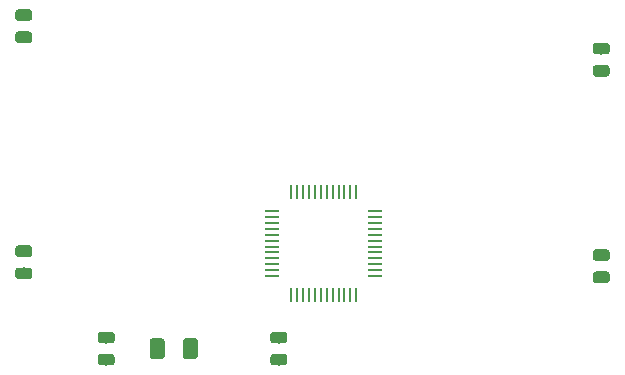
<source format=gtp>
G04 #@! TF.GenerationSoftware,KiCad,Pcbnew,5.1.4*
G04 #@! TF.CreationDate,2019-11-10T20:11:31+01:00*
G04 #@! TF.ProjectId,AsyncDRAM,4173796e-6344-4524-914d-2e6b69636164,rev?*
G04 #@! TF.SameCoordinates,Original*
G04 #@! TF.FileFunction,Paste,Top*
G04 #@! TF.FilePolarity,Positive*
%FSLAX46Y46*%
G04 Gerber Fmt 4.6, Leading zero omitted, Abs format (unit mm)*
G04 Created by KiCad (PCBNEW 5.1.4) date 2019-11-10 20:11:31*
%MOMM*%
%LPD*%
G04 APERTURE LIST*
%ADD10R,1.300000X0.250000*%
%ADD11R,0.250000X1.300000*%
%ADD12C,0.100000*%
%ADD13C,0.975000*%
%ADD14C,1.250000*%
G04 APERTURE END LIST*
D10*
X39465000Y-186900000D03*
X39465000Y-186400000D03*
X39465000Y-185900000D03*
X39465000Y-185400000D03*
X39465000Y-184900000D03*
X39465000Y-184400000D03*
X39465000Y-183900000D03*
X39465000Y-183400000D03*
X39465000Y-182900000D03*
X39465000Y-182400000D03*
X39465000Y-181900000D03*
X39465000Y-181400000D03*
D11*
X41065000Y-179800000D03*
X41565000Y-179800000D03*
X42065000Y-179800000D03*
X42565000Y-179800000D03*
X43065000Y-179800000D03*
X43565000Y-179800000D03*
X44065000Y-179800000D03*
X44565000Y-179800000D03*
X45065000Y-179800000D03*
X45565000Y-179800000D03*
X46065000Y-179800000D03*
X46565000Y-179800000D03*
D10*
X48165000Y-181400000D03*
X48165000Y-181900000D03*
X48165000Y-182400000D03*
X48165000Y-182900000D03*
X48165000Y-183400000D03*
X48165000Y-183900000D03*
X48165000Y-184400000D03*
X48165000Y-184900000D03*
X48165000Y-185400000D03*
X48165000Y-185900000D03*
X48165000Y-186400000D03*
X48165000Y-186900000D03*
D11*
X46565000Y-188500000D03*
X46065000Y-188500000D03*
X45565000Y-188500000D03*
X45065000Y-188500000D03*
X44565000Y-188500000D03*
X44065000Y-188500000D03*
X43565000Y-188500000D03*
X43065000Y-188500000D03*
X42565000Y-188500000D03*
X42065000Y-188500000D03*
X41565000Y-188500000D03*
X41065000Y-188500000D03*
D12*
G36*
X25880142Y-193491174D02*
G01*
X25903803Y-193494684D01*
X25927007Y-193500496D01*
X25949529Y-193508554D01*
X25971153Y-193518782D01*
X25991670Y-193531079D01*
X26010883Y-193545329D01*
X26028607Y-193561393D01*
X26044671Y-193579117D01*
X26058921Y-193598330D01*
X26071218Y-193618847D01*
X26081446Y-193640471D01*
X26089504Y-193662993D01*
X26095316Y-193686197D01*
X26098826Y-193709858D01*
X26100000Y-193733750D01*
X26100000Y-194221250D01*
X26098826Y-194245142D01*
X26095316Y-194268803D01*
X26089504Y-194292007D01*
X26081446Y-194314529D01*
X26071218Y-194336153D01*
X26058921Y-194356670D01*
X26044671Y-194375883D01*
X26028607Y-194393607D01*
X26010883Y-194409671D01*
X25991670Y-194423921D01*
X25971153Y-194436218D01*
X25949529Y-194446446D01*
X25927007Y-194454504D01*
X25903803Y-194460316D01*
X25880142Y-194463826D01*
X25856250Y-194465000D01*
X24943750Y-194465000D01*
X24919858Y-194463826D01*
X24896197Y-194460316D01*
X24872993Y-194454504D01*
X24850471Y-194446446D01*
X24828847Y-194436218D01*
X24808330Y-194423921D01*
X24789117Y-194409671D01*
X24771393Y-194393607D01*
X24755329Y-194375883D01*
X24741079Y-194356670D01*
X24728782Y-194336153D01*
X24718554Y-194314529D01*
X24710496Y-194292007D01*
X24704684Y-194268803D01*
X24701174Y-194245142D01*
X24700000Y-194221250D01*
X24700000Y-193733750D01*
X24701174Y-193709858D01*
X24704684Y-193686197D01*
X24710496Y-193662993D01*
X24718554Y-193640471D01*
X24728782Y-193618847D01*
X24741079Y-193598330D01*
X24755329Y-193579117D01*
X24771393Y-193561393D01*
X24789117Y-193545329D01*
X24808330Y-193531079D01*
X24828847Y-193518782D01*
X24850471Y-193508554D01*
X24872993Y-193500496D01*
X24896197Y-193494684D01*
X24919858Y-193491174D01*
X24943750Y-193490000D01*
X25856250Y-193490000D01*
X25880142Y-193491174D01*
X25880142Y-193491174D01*
G37*
D13*
X25400000Y-193977500D03*
D12*
G36*
X25880142Y-191616174D02*
G01*
X25903803Y-191619684D01*
X25927007Y-191625496D01*
X25949529Y-191633554D01*
X25971153Y-191643782D01*
X25991670Y-191656079D01*
X26010883Y-191670329D01*
X26028607Y-191686393D01*
X26044671Y-191704117D01*
X26058921Y-191723330D01*
X26071218Y-191743847D01*
X26081446Y-191765471D01*
X26089504Y-191787993D01*
X26095316Y-191811197D01*
X26098826Y-191834858D01*
X26100000Y-191858750D01*
X26100000Y-192346250D01*
X26098826Y-192370142D01*
X26095316Y-192393803D01*
X26089504Y-192417007D01*
X26081446Y-192439529D01*
X26071218Y-192461153D01*
X26058921Y-192481670D01*
X26044671Y-192500883D01*
X26028607Y-192518607D01*
X26010883Y-192534671D01*
X25991670Y-192548921D01*
X25971153Y-192561218D01*
X25949529Y-192571446D01*
X25927007Y-192579504D01*
X25903803Y-192585316D01*
X25880142Y-192588826D01*
X25856250Y-192590000D01*
X24943750Y-192590000D01*
X24919858Y-192588826D01*
X24896197Y-192585316D01*
X24872993Y-192579504D01*
X24850471Y-192571446D01*
X24828847Y-192561218D01*
X24808330Y-192548921D01*
X24789117Y-192534671D01*
X24771393Y-192518607D01*
X24755329Y-192500883D01*
X24741079Y-192481670D01*
X24728782Y-192461153D01*
X24718554Y-192439529D01*
X24710496Y-192417007D01*
X24704684Y-192393803D01*
X24701174Y-192370142D01*
X24700000Y-192346250D01*
X24700000Y-191858750D01*
X24701174Y-191834858D01*
X24704684Y-191811197D01*
X24710496Y-191787993D01*
X24718554Y-191765471D01*
X24728782Y-191743847D01*
X24741079Y-191723330D01*
X24755329Y-191704117D01*
X24771393Y-191686393D01*
X24789117Y-191670329D01*
X24808330Y-191656079D01*
X24828847Y-191643782D01*
X24850471Y-191633554D01*
X24872993Y-191625496D01*
X24896197Y-191619684D01*
X24919858Y-191616174D01*
X24943750Y-191615000D01*
X25856250Y-191615000D01*
X25880142Y-191616174D01*
X25880142Y-191616174D01*
G37*
D13*
X25400000Y-192102500D03*
D12*
G36*
X30114504Y-192166204D02*
G01*
X30138773Y-192169804D01*
X30162571Y-192175765D01*
X30185671Y-192184030D01*
X30207849Y-192194520D01*
X30228893Y-192207133D01*
X30248598Y-192221747D01*
X30266777Y-192238223D01*
X30283253Y-192256402D01*
X30297867Y-192276107D01*
X30310480Y-192297151D01*
X30320970Y-192319329D01*
X30329235Y-192342429D01*
X30335196Y-192366227D01*
X30338796Y-192390496D01*
X30340000Y-192415000D01*
X30340000Y-193665000D01*
X30338796Y-193689504D01*
X30335196Y-193713773D01*
X30329235Y-193737571D01*
X30320970Y-193760671D01*
X30310480Y-193782849D01*
X30297867Y-193803893D01*
X30283253Y-193823598D01*
X30266777Y-193841777D01*
X30248598Y-193858253D01*
X30228893Y-193872867D01*
X30207849Y-193885480D01*
X30185671Y-193895970D01*
X30162571Y-193904235D01*
X30138773Y-193910196D01*
X30114504Y-193913796D01*
X30090000Y-193915000D01*
X29340000Y-193915000D01*
X29315496Y-193913796D01*
X29291227Y-193910196D01*
X29267429Y-193904235D01*
X29244329Y-193895970D01*
X29222151Y-193885480D01*
X29201107Y-193872867D01*
X29181402Y-193858253D01*
X29163223Y-193841777D01*
X29146747Y-193823598D01*
X29132133Y-193803893D01*
X29119520Y-193782849D01*
X29109030Y-193760671D01*
X29100765Y-193737571D01*
X29094804Y-193713773D01*
X29091204Y-193689504D01*
X29090000Y-193665000D01*
X29090000Y-192415000D01*
X29091204Y-192390496D01*
X29094804Y-192366227D01*
X29100765Y-192342429D01*
X29109030Y-192319329D01*
X29119520Y-192297151D01*
X29132133Y-192276107D01*
X29146747Y-192256402D01*
X29163223Y-192238223D01*
X29181402Y-192221747D01*
X29201107Y-192207133D01*
X29222151Y-192194520D01*
X29244329Y-192184030D01*
X29267429Y-192175765D01*
X29291227Y-192169804D01*
X29315496Y-192166204D01*
X29340000Y-192165000D01*
X30090000Y-192165000D01*
X30114504Y-192166204D01*
X30114504Y-192166204D01*
G37*
D14*
X29715000Y-193040000D03*
D12*
G36*
X32914504Y-192166204D02*
G01*
X32938773Y-192169804D01*
X32962571Y-192175765D01*
X32985671Y-192184030D01*
X33007849Y-192194520D01*
X33028893Y-192207133D01*
X33048598Y-192221747D01*
X33066777Y-192238223D01*
X33083253Y-192256402D01*
X33097867Y-192276107D01*
X33110480Y-192297151D01*
X33120970Y-192319329D01*
X33129235Y-192342429D01*
X33135196Y-192366227D01*
X33138796Y-192390496D01*
X33140000Y-192415000D01*
X33140000Y-193665000D01*
X33138796Y-193689504D01*
X33135196Y-193713773D01*
X33129235Y-193737571D01*
X33120970Y-193760671D01*
X33110480Y-193782849D01*
X33097867Y-193803893D01*
X33083253Y-193823598D01*
X33066777Y-193841777D01*
X33048598Y-193858253D01*
X33028893Y-193872867D01*
X33007849Y-193885480D01*
X32985671Y-193895970D01*
X32962571Y-193904235D01*
X32938773Y-193910196D01*
X32914504Y-193913796D01*
X32890000Y-193915000D01*
X32140000Y-193915000D01*
X32115496Y-193913796D01*
X32091227Y-193910196D01*
X32067429Y-193904235D01*
X32044329Y-193895970D01*
X32022151Y-193885480D01*
X32001107Y-193872867D01*
X31981402Y-193858253D01*
X31963223Y-193841777D01*
X31946747Y-193823598D01*
X31932133Y-193803893D01*
X31919520Y-193782849D01*
X31909030Y-193760671D01*
X31900765Y-193737571D01*
X31894804Y-193713773D01*
X31891204Y-193689504D01*
X31890000Y-193665000D01*
X31890000Y-192415000D01*
X31891204Y-192390496D01*
X31894804Y-192366227D01*
X31900765Y-192342429D01*
X31909030Y-192319329D01*
X31919520Y-192297151D01*
X31932133Y-192276107D01*
X31946747Y-192256402D01*
X31963223Y-192238223D01*
X31981402Y-192221747D01*
X32001107Y-192207133D01*
X32022151Y-192194520D01*
X32044329Y-192184030D01*
X32067429Y-192175765D01*
X32091227Y-192169804D01*
X32115496Y-192166204D01*
X32140000Y-192165000D01*
X32890000Y-192165000D01*
X32914504Y-192166204D01*
X32914504Y-192166204D01*
G37*
D14*
X32515000Y-193040000D03*
D12*
G36*
X67790142Y-169028674D02*
G01*
X67813803Y-169032184D01*
X67837007Y-169037996D01*
X67859529Y-169046054D01*
X67881153Y-169056282D01*
X67901670Y-169068579D01*
X67920883Y-169082829D01*
X67938607Y-169098893D01*
X67954671Y-169116617D01*
X67968921Y-169135830D01*
X67981218Y-169156347D01*
X67991446Y-169177971D01*
X67999504Y-169200493D01*
X68005316Y-169223697D01*
X68008826Y-169247358D01*
X68010000Y-169271250D01*
X68010000Y-169758750D01*
X68008826Y-169782642D01*
X68005316Y-169806303D01*
X67999504Y-169829507D01*
X67991446Y-169852029D01*
X67981218Y-169873653D01*
X67968921Y-169894170D01*
X67954671Y-169913383D01*
X67938607Y-169931107D01*
X67920883Y-169947171D01*
X67901670Y-169961421D01*
X67881153Y-169973718D01*
X67859529Y-169983946D01*
X67837007Y-169992004D01*
X67813803Y-169997816D01*
X67790142Y-170001326D01*
X67766250Y-170002500D01*
X66853750Y-170002500D01*
X66829858Y-170001326D01*
X66806197Y-169997816D01*
X66782993Y-169992004D01*
X66760471Y-169983946D01*
X66738847Y-169973718D01*
X66718330Y-169961421D01*
X66699117Y-169947171D01*
X66681393Y-169931107D01*
X66665329Y-169913383D01*
X66651079Y-169894170D01*
X66638782Y-169873653D01*
X66628554Y-169852029D01*
X66620496Y-169829507D01*
X66614684Y-169806303D01*
X66611174Y-169782642D01*
X66610000Y-169758750D01*
X66610000Y-169271250D01*
X66611174Y-169247358D01*
X66614684Y-169223697D01*
X66620496Y-169200493D01*
X66628554Y-169177971D01*
X66638782Y-169156347D01*
X66651079Y-169135830D01*
X66665329Y-169116617D01*
X66681393Y-169098893D01*
X66699117Y-169082829D01*
X66718330Y-169068579D01*
X66738847Y-169056282D01*
X66760471Y-169046054D01*
X66782993Y-169037996D01*
X66806197Y-169032184D01*
X66829858Y-169028674D01*
X66853750Y-169027500D01*
X67766250Y-169027500D01*
X67790142Y-169028674D01*
X67790142Y-169028674D01*
G37*
D13*
X67310000Y-169515000D03*
D12*
G36*
X67790142Y-167153674D02*
G01*
X67813803Y-167157184D01*
X67837007Y-167162996D01*
X67859529Y-167171054D01*
X67881153Y-167181282D01*
X67901670Y-167193579D01*
X67920883Y-167207829D01*
X67938607Y-167223893D01*
X67954671Y-167241617D01*
X67968921Y-167260830D01*
X67981218Y-167281347D01*
X67991446Y-167302971D01*
X67999504Y-167325493D01*
X68005316Y-167348697D01*
X68008826Y-167372358D01*
X68010000Y-167396250D01*
X68010000Y-167883750D01*
X68008826Y-167907642D01*
X68005316Y-167931303D01*
X67999504Y-167954507D01*
X67991446Y-167977029D01*
X67981218Y-167998653D01*
X67968921Y-168019170D01*
X67954671Y-168038383D01*
X67938607Y-168056107D01*
X67920883Y-168072171D01*
X67901670Y-168086421D01*
X67881153Y-168098718D01*
X67859529Y-168108946D01*
X67837007Y-168117004D01*
X67813803Y-168122816D01*
X67790142Y-168126326D01*
X67766250Y-168127500D01*
X66853750Y-168127500D01*
X66829858Y-168126326D01*
X66806197Y-168122816D01*
X66782993Y-168117004D01*
X66760471Y-168108946D01*
X66738847Y-168098718D01*
X66718330Y-168086421D01*
X66699117Y-168072171D01*
X66681393Y-168056107D01*
X66665329Y-168038383D01*
X66651079Y-168019170D01*
X66638782Y-167998653D01*
X66628554Y-167977029D01*
X66620496Y-167954507D01*
X66614684Y-167931303D01*
X66611174Y-167907642D01*
X66610000Y-167883750D01*
X66610000Y-167396250D01*
X66611174Y-167372358D01*
X66614684Y-167348697D01*
X66620496Y-167325493D01*
X66628554Y-167302971D01*
X66638782Y-167281347D01*
X66651079Y-167260830D01*
X66665329Y-167241617D01*
X66681393Y-167223893D01*
X66699117Y-167207829D01*
X66718330Y-167193579D01*
X66738847Y-167181282D01*
X66760471Y-167171054D01*
X66782993Y-167162996D01*
X66806197Y-167157184D01*
X66829858Y-167153674D01*
X66853750Y-167152500D01*
X67766250Y-167152500D01*
X67790142Y-167153674D01*
X67790142Y-167153674D01*
G37*
D13*
X67310000Y-167640000D03*
D12*
G36*
X18895142Y-164311174D02*
G01*
X18918803Y-164314684D01*
X18942007Y-164320496D01*
X18964529Y-164328554D01*
X18986153Y-164338782D01*
X19006670Y-164351079D01*
X19025883Y-164365329D01*
X19043607Y-164381393D01*
X19059671Y-164399117D01*
X19073921Y-164418330D01*
X19086218Y-164438847D01*
X19096446Y-164460471D01*
X19104504Y-164482993D01*
X19110316Y-164506197D01*
X19113826Y-164529858D01*
X19115000Y-164553750D01*
X19115000Y-165041250D01*
X19113826Y-165065142D01*
X19110316Y-165088803D01*
X19104504Y-165112007D01*
X19096446Y-165134529D01*
X19086218Y-165156153D01*
X19073921Y-165176670D01*
X19059671Y-165195883D01*
X19043607Y-165213607D01*
X19025883Y-165229671D01*
X19006670Y-165243921D01*
X18986153Y-165256218D01*
X18964529Y-165266446D01*
X18942007Y-165274504D01*
X18918803Y-165280316D01*
X18895142Y-165283826D01*
X18871250Y-165285000D01*
X17958750Y-165285000D01*
X17934858Y-165283826D01*
X17911197Y-165280316D01*
X17887993Y-165274504D01*
X17865471Y-165266446D01*
X17843847Y-165256218D01*
X17823330Y-165243921D01*
X17804117Y-165229671D01*
X17786393Y-165213607D01*
X17770329Y-165195883D01*
X17756079Y-165176670D01*
X17743782Y-165156153D01*
X17733554Y-165134529D01*
X17725496Y-165112007D01*
X17719684Y-165088803D01*
X17716174Y-165065142D01*
X17715000Y-165041250D01*
X17715000Y-164553750D01*
X17716174Y-164529858D01*
X17719684Y-164506197D01*
X17725496Y-164482993D01*
X17733554Y-164460471D01*
X17743782Y-164438847D01*
X17756079Y-164418330D01*
X17770329Y-164399117D01*
X17786393Y-164381393D01*
X17804117Y-164365329D01*
X17823330Y-164351079D01*
X17843847Y-164338782D01*
X17865471Y-164328554D01*
X17887993Y-164320496D01*
X17911197Y-164314684D01*
X17934858Y-164311174D01*
X17958750Y-164310000D01*
X18871250Y-164310000D01*
X18895142Y-164311174D01*
X18895142Y-164311174D01*
G37*
D13*
X18415000Y-164797500D03*
D12*
G36*
X18895142Y-166186174D02*
G01*
X18918803Y-166189684D01*
X18942007Y-166195496D01*
X18964529Y-166203554D01*
X18986153Y-166213782D01*
X19006670Y-166226079D01*
X19025883Y-166240329D01*
X19043607Y-166256393D01*
X19059671Y-166274117D01*
X19073921Y-166293330D01*
X19086218Y-166313847D01*
X19096446Y-166335471D01*
X19104504Y-166357993D01*
X19110316Y-166381197D01*
X19113826Y-166404858D01*
X19115000Y-166428750D01*
X19115000Y-166916250D01*
X19113826Y-166940142D01*
X19110316Y-166963803D01*
X19104504Y-166987007D01*
X19096446Y-167009529D01*
X19086218Y-167031153D01*
X19073921Y-167051670D01*
X19059671Y-167070883D01*
X19043607Y-167088607D01*
X19025883Y-167104671D01*
X19006670Y-167118921D01*
X18986153Y-167131218D01*
X18964529Y-167141446D01*
X18942007Y-167149504D01*
X18918803Y-167155316D01*
X18895142Y-167158826D01*
X18871250Y-167160000D01*
X17958750Y-167160000D01*
X17934858Y-167158826D01*
X17911197Y-167155316D01*
X17887993Y-167149504D01*
X17865471Y-167141446D01*
X17843847Y-167131218D01*
X17823330Y-167118921D01*
X17804117Y-167104671D01*
X17786393Y-167088607D01*
X17770329Y-167070883D01*
X17756079Y-167051670D01*
X17743782Y-167031153D01*
X17733554Y-167009529D01*
X17725496Y-166987007D01*
X17719684Y-166963803D01*
X17716174Y-166940142D01*
X17715000Y-166916250D01*
X17715000Y-166428750D01*
X17716174Y-166404858D01*
X17719684Y-166381197D01*
X17725496Y-166357993D01*
X17733554Y-166335471D01*
X17743782Y-166313847D01*
X17756079Y-166293330D01*
X17770329Y-166274117D01*
X17786393Y-166256393D01*
X17804117Y-166240329D01*
X17823330Y-166226079D01*
X17843847Y-166213782D01*
X17865471Y-166203554D01*
X17887993Y-166195496D01*
X17911197Y-166189684D01*
X17934858Y-166186174D01*
X17958750Y-166185000D01*
X18871250Y-166185000D01*
X18895142Y-166186174D01*
X18895142Y-166186174D01*
G37*
D13*
X18415000Y-166672500D03*
D12*
G36*
X67790142Y-186506174D02*
G01*
X67813803Y-186509684D01*
X67837007Y-186515496D01*
X67859529Y-186523554D01*
X67881153Y-186533782D01*
X67901670Y-186546079D01*
X67920883Y-186560329D01*
X67938607Y-186576393D01*
X67954671Y-186594117D01*
X67968921Y-186613330D01*
X67981218Y-186633847D01*
X67991446Y-186655471D01*
X67999504Y-186677993D01*
X68005316Y-186701197D01*
X68008826Y-186724858D01*
X68010000Y-186748750D01*
X68010000Y-187236250D01*
X68008826Y-187260142D01*
X68005316Y-187283803D01*
X67999504Y-187307007D01*
X67991446Y-187329529D01*
X67981218Y-187351153D01*
X67968921Y-187371670D01*
X67954671Y-187390883D01*
X67938607Y-187408607D01*
X67920883Y-187424671D01*
X67901670Y-187438921D01*
X67881153Y-187451218D01*
X67859529Y-187461446D01*
X67837007Y-187469504D01*
X67813803Y-187475316D01*
X67790142Y-187478826D01*
X67766250Y-187480000D01*
X66853750Y-187480000D01*
X66829858Y-187478826D01*
X66806197Y-187475316D01*
X66782993Y-187469504D01*
X66760471Y-187461446D01*
X66738847Y-187451218D01*
X66718330Y-187438921D01*
X66699117Y-187424671D01*
X66681393Y-187408607D01*
X66665329Y-187390883D01*
X66651079Y-187371670D01*
X66638782Y-187351153D01*
X66628554Y-187329529D01*
X66620496Y-187307007D01*
X66614684Y-187283803D01*
X66611174Y-187260142D01*
X66610000Y-187236250D01*
X66610000Y-186748750D01*
X66611174Y-186724858D01*
X66614684Y-186701197D01*
X66620496Y-186677993D01*
X66628554Y-186655471D01*
X66638782Y-186633847D01*
X66651079Y-186613330D01*
X66665329Y-186594117D01*
X66681393Y-186576393D01*
X66699117Y-186560329D01*
X66718330Y-186546079D01*
X66738847Y-186533782D01*
X66760471Y-186523554D01*
X66782993Y-186515496D01*
X66806197Y-186509684D01*
X66829858Y-186506174D01*
X66853750Y-186505000D01*
X67766250Y-186505000D01*
X67790142Y-186506174D01*
X67790142Y-186506174D01*
G37*
D13*
X67310000Y-186992500D03*
D12*
G36*
X67790142Y-184631174D02*
G01*
X67813803Y-184634684D01*
X67837007Y-184640496D01*
X67859529Y-184648554D01*
X67881153Y-184658782D01*
X67901670Y-184671079D01*
X67920883Y-184685329D01*
X67938607Y-184701393D01*
X67954671Y-184719117D01*
X67968921Y-184738330D01*
X67981218Y-184758847D01*
X67991446Y-184780471D01*
X67999504Y-184802993D01*
X68005316Y-184826197D01*
X68008826Y-184849858D01*
X68010000Y-184873750D01*
X68010000Y-185361250D01*
X68008826Y-185385142D01*
X68005316Y-185408803D01*
X67999504Y-185432007D01*
X67991446Y-185454529D01*
X67981218Y-185476153D01*
X67968921Y-185496670D01*
X67954671Y-185515883D01*
X67938607Y-185533607D01*
X67920883Y-185549671D01*
X67901670Y-185563921D01*
X67881153Y-185576218D01*
X67859529Y-185586446D01*
X67837007Y-185594504D01*
X67813803Y-185600316D01*
X67790142Y-185603826D01*
X67766250Y-185605000D01*
X66853750Y-185605000D01*
X66829858Y-185603826D01*
X66806197Y-185600316D01*
X66782993Y-185594504D01*
X66760471Y-185586446D01*
X66738847Y-185576218D01*
X66718330Y-185563921D01*
X66699117Y-185549671D01*
X66681393Y-185533607D01*
X66665329Y-185515883D01*
X66651079Y-185496670D01*
X66638782Y-185476153D01*
X66628554Y-185454529D01*
X66620496Y-185432007D01*
X66614684Y-185408803D01*
X66611174Y-185385142D01*
X66610000Y-185361250D01*
X66610000Y-184873750D01*
X66611174Y-184849858D01*
X66614684Y-184826197D01*
X66620496Y-184802993D01*
X66628554Y-184780471D01*
X66638782Y-184758847D01*
X66651079Y-184738330D01*
X66665329Y-184719117D01*
X66681393Y-184701393D01*
X66699117Y-184685329D01*
X66718330Y-184671079D01*
X66738847Y-184658782D01*
X66760471Y-184648554D01*
X66782993Y-184640496D01*
X66806197Y-184634684D01*
X66829858Y-184631174D01*
X66853750Y-184630000D01*
X67766250Y-184630000D01*
X67790142Y-184631174D01*
X67790142Y-184631174D01*
G37*
D13*
X67310000Y-185117500D03*
D12*
G36*
X40485142Y-193491174D02*
G01*
X40508803Y-193494684D01*
X40532007Y-193500496D01*
X40554529Y-193508554D01*
X40576153Y-193518782D01*
X40596670Y-193531079D01*
X40615883Y-193545329D01*
X40633607Y-193561393D01*
X40649671Y-193579117D01*
X40663921Y-193598330D01*
X40676218Y-193618847D01*
X40686446Y-193640471D01*
X40694504Y-193662993D01*
X40700316Y-193686197D01*
X40703826Y-193709858D01*
X40705000Y-193733750D01*
X40705000Y-194221250D01*
X40703826Y-194245142D01*
X40700316Y-194268803D01*
X40694504Y-194292007D01*
X40686446Y-194314529D01*
X40676218Y-194336153D01*
X40663921Y-194356670D01*
X40649671Y-194375883D01*
X40633607Y-194393607D01*
X40615883Y-194409671D01*
X40596670Y-194423921D01*
X40576153Y-194436218D01*
X40554529Y-194446446D01*
X40532007Y-194454504D01*
X40508803Y-194460316D01*
X40485142Y-194463826D01*
X40461250Y-194465000D01*
X39548750Y-194465000D01*
X39524858Y-194463826D01*
X39501197Y-194460316D01*
X39477993Y-194454504D01*
X39455471Y-194446446D01*
X39433847Y-194436218D01*
X39413330Y-194423921D01*
X39394117Y-194409671D01*
X39376393Y-194393607D01*
X39360329Y-194375883D01*
X39346079Y-194356670D01*
X39333782Y-194336153D01*
X39323554Y-194314529D01*
X39315496Y-194292007D01*
X39309684Y-194268803D01*
X39306174Y-194245142D01*
X39305000Y-194221250D01*
X39305000Y-193733750D01*
X39306174Y-193709858D01*
X39309684Y-193686197D01*
X39315496Y-193662993D01*
X39323554Y-193640471D01*
X39333782Y-193618847D01*
X39346079Y-193598330D01*
X39360329Y-193579117D01*
X39376393Y-193561393D01*
X39394117Y-193545329D01*
X39413330Y-193531079D01*
X39433847Y-193518782D01*
X39455471Y-193508554D01*
X39477993Y-193500496D01*
X39501197Y-193494684D01*
X39524858Y-193491174D01*
X39548750Y-193490000D01*
X40461250Y-193490000D01*
X40485142Y-193491174D01*
X40485142Y-193491174D01*
G37*
D13*
X40005000Y-193977500D03*
D12*
G36*
X40485142Y-191616174D02*
G01*
X40508803Y-191619684D01*
X40532007Y-191625496D01*
X40554529Y-191633554D01*
X40576153Y-191643782D01*
X40596670Y-191656079D01*
X40615883Y-191670329D01*
X40633607Y-191686393D01*
X40649671Y-191704117D01*
X40663921Y-191723330D01*
X40676218Y-191743847D01*
X40686446Y-191765471D01*
X40694504Y-191787993D01*
X40700316Y-191811197D01*
X40703826Y-191834858D01*
X40705000Y-191858750D01*
X40705000Y-192346250D01*
X40703826Y-192370142D01*
X40700316Y-192393803D01*
X40694504Y-192417007D01*
X40686446Y-192439529D01*
X40676218Y-192461153D01*
X40663921Y-192481670D01*
X40649671Y-192500883D01*
X40633607Y-192518607D01*
X40615883Y-192534671D01*
X40596670Y-192548921D01*
X40576153Y-192561218D01*
X40554529Y-192571446D01*
X40532007Y-192579504D01*
X40508803Y-192585316D01*
X40485142Y-192588826D01*
X40461250Y-192590000D01*
X39548750Y-192590000D01*
X39524858Y-192588826D01*
X39501197Y-192585316D01*
X39477993Y-192579504D01*
X39455471Y-192571446D01*
X39433847Y-192561218D01*
X39413330Y-192548921D01*
X39394117Y-192534671D01*
X39376393Y-192518607D01*
X39360329Y-192500883D01*
X39346079Y-192481670D01*
X39333782Y-192461153D01*
X39323554Y-192439529D01*
X39315496Y-192417007D01*
X39309684Y-192393803D01*
X39306174Y-192370142D01*
X39305000Y-192346250D01*
X39305000Y-191858750D01*
X39306174Y-191834858D01*
X39309684Y-191811197D01*
X39315496Y-191787993D01*
X39323554Y-191765471D01*
X39333782Y-191743847D01*
X39346079Y-191723330D01*
X39360329Y-191704117D01*
X39376393Y-191686393D01*
X39394117Y-191670329D01*
X39413330Y-191656079D01*
X39433847Y-191643782D01*
X39455471Y-191633554D01*
X39477993Y-191625496D01*
X39501197Y-191619684D01*
X39524858Y-191616174D01*
X39548750Y-191615000D01*
X40461250Y-191615000D01*
X40485142Y-191616174D01*
X40485142Y-191616174D01*
G37*
D13*
X40005000Y-192102500D03*
D12*
G36*
X18895142Y-184298674D02*
G01*
X18918803Y-184302184D01*
X18942007Y-184307996D01*
X18964529Y-184316054D01*
X18986153Y-184326282D01*
X19006670Y-184338579D01*
X19025883Y-184352829D01*
X19043607Y-184368893D01*
X19059671Y-184386617D01*
X19073921Y-184405830D01*
X19086218Y-184426347D01*
X19096446Y-184447971D01*
X19104504Y-184470493D01*
X19110316Y-184493697D01*
X19113826Y-184517358D01*
X19115000Y-184541250D01*
X19115000Y-185028750D01*
X19113826Y-185052642D01*
X19110316Y-185076303D01*
X19104504Y-185099507D01*
X19096446Y-185122029D01*
X19086218Y-185143653D01*
X19073921Y-185164170D01*
X19059671Y-185183383D01*
X19043607Y-185201107D01*
X19025883Y-185217171D01*
X19006670Y-185231421D01*
X18986153Y-185243718D01*
X18964529Y-185253946D01*
X18942007Y-185262004D01*
X18918803Y-185267816D01*
X18895142Y-185271326D01*
X18871250Y-185272500D01*
X17958750Y-185272500D01*
X17934858Y-185271326D01*
X17911197Y-185267816D01*
X17887993Y-185262004D01*
X17865471Y-185253946D01*
X17843847Y-185243718D01*
X17823330Y-185231421D01*
X17804117Y-185217171D01*
X17786393Y-185201107D01*
X17770329Y-185183383D01*
X17756079Y-185164170D01*
X17743782Y-185143653D01*
X17733554Y-185122029D01*
X17725496Y-185099507D01*
X17719684Y-185076303D01*
X17716174Y-185052642D01*
X17715000Y-185028750D01*
X17715000Y-184541250D01*
X17716174Y-184517358D01*
X17719684Y-184493697D01*
X17725496Y-184470493D01*
X17733554Y-184447971D01*
X17743782Y-184426347D01*
X17756079Y-184405830D01*
X17770329Y-184386617D01*
X17786393Y-184368893D01*
X17804117Y-184352829D01*
X17823330Y-184338579D01*
X17843847Y-184326282D01*
X17865471Y-184316054D01*
X17887993Y-184307996D01*
X17911197Y-184302184D01*
X17934858Y-184298674D01*
X17958750Y-184297500D01*
X18871250Y-184297500D01*
X18895142Y-184298674D01*
X18895142Y-184298674D01*
G37*
D13*
X18415000Y-184785000D03*
D12*
G36*
X18895142Y-186173674D02*
G01*
X18918803Y-186177184D01*
X18942007Y-186182996D01*
X18964529Y-186191054D01*
X18986153Y-186201282D01*
X19006670Y-186213579D01*
X19025883Y-186227829D01*
X19043607Y-186243893D01*
X19059671Y-186261617D01*
X19073921Y-186280830D01*
X19086218Y-186301347D01*
X19096446Y-186322971D01*
X19104504Y-186345493D01*
X19110316Y-186368697D01*
X19113826Y-186392358D01*
X19115000Y-186416250D01*
X19115000Y-186903750D01*
X19113826Y-186927642D01*
X19110316Y-186951303D01*
X19104504Y-186974507D01*
X19096446Y-186997029D01*
X19086218Y-187018653D01*
X19073921Y-187039170D01*
X19059671Y-187058383D01*
X19043607Y-187076107D01*
X19025883Y-187092171D01*
X19006670Y-187106421D01*
X18986153Y-187118718D01*
X18964529Y-187128946D01*
X18942007Y-187137004D01*
X18918803Y-187142816D01*
X18895142Y-187146326D01*
X18871250Y-187147500D01*
X17958750Y-187147500D01*
X17934858Y-187146326D01*
X17911197Y-187142816D01*
X17887993Y-187137004D01*
X17865471Y-187128946D01*
X17843847Y-187118718D01*
X17823330Y-187106421D01*
X17804117Y-187092171D01*
X17786393Y-187076107D01*
X17770329Y-187058383D01*
X17756079Y-187039170D01*
X17743782Y-187018653D01*
X17733554Y-186997029D01*
X17725496Y-186974507D01*
X17719684Y-186951303D01*
X17716174Y-186927642D01*
X17715000Y-186903750D01*
X17715000Y-186416250D01*
X17716174Y-186392358D01*
X17719684Y-186368697D01*
X17725496Y-186345493D01*
X17733554Y-186322971D01*
X17743782Y-186301347D01*
X17756079Y-186280830D01*
X17770329Y-186261617D01*
X17786393Y-186243893D01*
X17804117Y-186227829D01*
X17823330Y-186213579D01*
X17843847Y-186201282D01*
X17865471Y-186191054D01*
X17887993Y-186182996D01*
X17911197Y-186177184D01*
X17934858Y-186173674D01*
X17958750Y-186172500D01*
X18871250Y-186172500D01*
X18895142Y-186173674D01*
X18895142Y-186173674D01*
G37*
D13*
X18415000Y-186660000D03*
M02*

</source>
